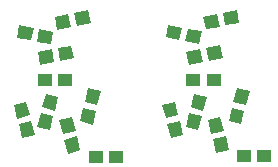
<source format=gtp>
G04 MADE WITH FRITZING*
G04 WWW.FRITZING.ORG*
G04 DOUBLE SIDED*
G04 HOLES PLATED*
G04 CONTOUR ON CENTER OF CONTOUR VECTOR*
%ASAXBY*%
%FSLAX23Y23*%
%MOIN*%
%OFA0B0*%
%SFA1.0B1.0*%
%ADD10R,0.047244X0.043307*%
%LNPASTEMASK1*%
G90*
G70*
G54D10*
X876Y192D03*
X943Y192D03*
X707Y447D03*
X774Y447D03*
X381Y191D03*
X448Y191D03*
X212Y447D03*
X279Y447D03*
G36*
X809Y277D02*
X767Y267D01*
X755Y312D01*
X797Y323D01*
X809Y277D01*
G37*
D02*
G36*
X825Y212D02*
X783Y202D01*
X772Y248D01*
X814Y258D01*
X825Y212D01*
G37*
D02*
G36*
X785Y666D02*
X794Y624D01*
X748Y615D01*
X739Y657D01*
X785Y666D01*
G37*
D02*
G36*
X851Y680D02*
X860Y637D01*
X813Y628D01*
X805Y670D01*
X851Y680D01*
G37*
D02*
G36*
X835Y354D02*
X877Y343D01*
X866Y298D01*
X824Y308D01*
X835Y354D01*
G37*
D02*
G36*
X852Y419D02*
X894Y408D01*
X882Y363D01*
X840Y373D01*
X852Y419D01*
G37*
D02*
G36*
X669Y621D02*
X660Y578D01*
X614Y588D01*
X622Y630D01*
X669Y621D01*
G37*
D02*
G36*
X734Y608D02*
X726Y565D01*
X679Y575D01*
X688Y617D01*
X734Y608D01*
G37*
D02*
G36*
X740Y344D02*
X698Y355D01*
X709Y401D01*
X751Y390D01*
X740Y344D01*
G37*
D02*
G36*
X723Y279D02*
X681Y290D01*
X693Y336D01*
X735Y325D01*
X723Y279D01*
G37*
D02*
G36*
X730Y548D02*
X738Y506D01*
X692Y496D01*
X683Y539D01*
X730Y548D01*
G37*
D02*
G36*
X795Y562D02*
X804Y519D01*
X758Y510D01*
X749Y552D01*
X795Y562D01*
G37*
D02*
G36*
X245Y344D02*
X203Y355D01*
X214Y400D01*
X256Y390D01*
X245Y344D01*
G37*
D02*
G36*
X228Y279D02*
X186Y290D01*
X198Y335D01*
X240Y325D01*
X228Y279D01*
G37*
D02*
G36*
X314Y277D02*
X272Y266D01*
X260Y312D01*
X302Y323D01*
X314Y277D01*
G37*
D02*
G36*
X330Y212D02*
X288Y201D01*
X277Y247D01*
X319Y258D01*
X330Y212D01*
G37*
D02*
G36*
X340Y354D02*
X382Y343D01*
X371Y297D01*
X329Y308D01*
X340Y354D01*
G37*
D02*
G36*
X357Y419D02*
X399Y408D01*
X387Y362D01*
X345Y373D01*
X357Y419D01*
G37*
D02*
G36*
X290Y666D02*
X299Y624D01*
X253Y614D01*
X244Y657D01*
X290Y666D01*
G37*
D02*
G36*
X356Y679D02*
X364Y637D01*
X318Y627D01*
X310Y670D01*
X356Y679D01*
G37*
D02*
G36*
X235Y548D02*
X243Y505D01*
X197Y496D01*
X188Y538D01*
X235Y548D01*
G37*
D02*
G36*
X300Y561D02*
X309Y519D01*
X263Y509D01*
X254Y552D01*
X300Y561D01*
G37*
D02*
G36*
X174Y620D02*
X165Y578D01*
X119Y587D01*
X127Y630D01*
X174Y620D01*
G37*
D02*
G36*
X239Y607D02*
X231Y565D01*
X184Y574D01*
X193Y617D01*
X239Y607D01*
G37*
D02*
G36*
X657Y328D02*
X615Y318D01*
X603Y364D01*
X645Y374D01*
X657Y328D01*
G37*
D02*
G36*
X673Y263D02*
X631Y253D01*
X620Y299D01*
X662Y309D01*
X673Y263D01*
G37*
D02*
G36*
X162Y328D02*
X120Y317D01*
X108Y363D01*
X150Y374D01*
X162Y328D01*
G37*
D02*
G36*
X178Y263D02*
X136Y252D01*
X124Y298D01*
X166Y309D01*
X178Y263D01*
G37*
D02*
G04 End of PasteMask1*
M02*
</source>
